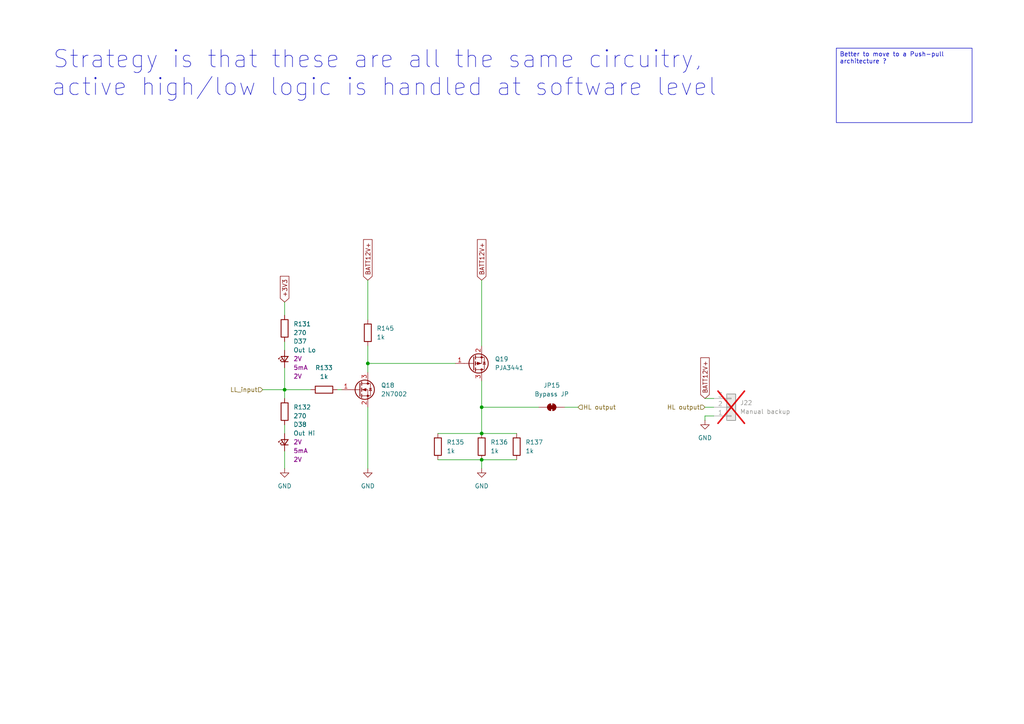
<source format=kicad_sch>
(kicad_sch (version 20250114) (generator "eeschema") (generator_version "9.0")
  (paper "A4")
  (title_block (title "Main architecture") (date "2025-09-28") (rev "0.2.0") (company "Alex Miller & Martin Roger") (comment 1 "https://github.com/martinroger/VXDash") (comment 2 "https://cadlab.io/projects/vxdash"))
  (lib_symbols
    (symbol "Connector_Generic:Conn_01x03" (pin_names (offset 1.016) (hide yes))
      (property "Reference" "J" (at 0 5.08 0))
      (property "Value" "Conn_01x03" (at 0 -5.08 0))
      (symbol "Conn_01x03_1_1"
        (rectangle (start -1.27 3.81) (end 1.27 -3.81) (stroke (width 0.254)) (fill (type background)))
        (rectangle (start -1.27 2.667) (end 0 2.413) (stroke (width 0.1524)))
        (rectangle (start -1.27 0.127) (end 0 -0.127) (stroke (width 0.1524)))
        (rectangle (start -1.27 -2.413) (end 0 -2.667) (stroke (width 0.1524)))
        (pin passive line (at -5.08 2.54 0) (length 3.81) (name "Pin_1") (number "1"))
        (pin passive line (at -5.08 0 0) (length 3.81) (name "Pin_2") (number "2"))
        (pin passive line (at -5.08 -2.54 0) (length 3.81) (name "Pin_3") (number "3"))
      )
    )
    (symbol "Jumper:SolderJumper_2_Bridged" (pin_numbers (hide yes)) (pin_names (offset 0) (hide yes)) (exclude_from_sim yes) (in_bom no)
      (property "Reference" "JP" (at 0 2.032 0))
      (property "Value" "SolderJumper_2_Bridged" (at 0 -2.54 0))
      (symbol "SolderJumper_2_Bridged_0_1"
        (rectangle (start -0.508 0.508) (end 0.508 -0.508) (fill (type outline)))
        (polyline (pts (xy -0.254 1.016) (xy -0.254 -1.016)))
        (arc (start -0.254 -1.016) (mid -1.2656 0) (end -0.254 1.016))
        (arc (start -0.254 -1.016) (mid -1.2656 0) (end -0.254 1.016) (fill (type outline)))
        (arc (start 0.254 1.016) (mid 1.2656 0) (end 0.254 -1.016))
        (arc (start 0.254 1.016) (mid 1.2656 0) (end 0.254 -1.016) (fill (type outline)))
        (polyline (pts (xy 0.254 1.016) (xy 0.254 -1.016)))
      )
      (symbol "SolderJumper_2_Bridged_1_1"
        (pin passive line (at -3.81 0 0) (length 2.54) (name "A") (number "1"))
        (pin passive line (at 3.81 0 180) (length 2.54) (name "B") (number "2"))
      )
    )
    (symbol "Transistor_FET:Q_NMOS_GSD" (pin_names (offset 0) (hide yes))
      (property "Reference" "Q" (at 5.08 1.905 0))
      (property "Value" "Q_NMOS_GSD" (at 5.08 0 0))
      (symbol "Q_NMOS_GSD_0_1"
        (polyline (pts (xy 0.254 1.905) (xy 0.254 -1.905)) (stroke (width 0.254)))
        (polyline (pts (xy 0.254 0) (xy -2.54 0)))
        (polyline (pts (xy 0.762 2.286) (xy 0.762 1.27)) (stroke (width 0.254)))
        (polyline (pts (xy 0.762 0.508) (xy 0.762 -0.508)) (stroke (width 0.254)))
        (polyline (pts (xy 0.762 -1.27) (xy 0.762 -2.286)) (stroke (width 0.254)))
        (polyline (pts (xy 0.762 -1.778) (xy 3.302 -1.778) (xy 3.302 1.778) (xy 0.762 1.778)))
        (polyline (pts (xy 1.016 0) (xy 2.032 0.381) (xy 2.032 -0.381) (xy 1.016 0)) (fill (type outline)))
        (circle (center 1.651 0) (radius 2.794) (stroke (width 0.254)))
        (polyline (pts (xy 2.54 2.54) (xy 2.54 1.778)))
        (circle (center 2.54 1.778) (radius 0.254) (fill (type outline)))
        (circle (center 2.54 -1.778) (radius 0.254) (fill (type outline)))
        (polyline (pts (xy 2.54 -2.54) (xy 2.54 0) (xy 0.762 0)))
        (polyline (pts (xy 2.921 0.381) (xy 3.683 0.381)))
        (polyline (pts (xy 3.302 0.381) (xy 2.921 -0.254) (xy 3.683 -0.254) (xy 3.302 0.381)))
      )
      (symbol "Q_NMOS_GSD_1_1"
        (pin input line (at -5.08 0 0) (length 2.54) (name "G") (number "1"))
        (pin passive line (at 2.54 5.08 270) (length 2.54) (name "D") (number "3"))
        (pin passive line (at 2.54 -5.08 90) (length 2.54) (name "S") (number "2"))
      )
    )
    (symbol "Transistor_FET:Q_PMOS_GSD" (pin_names (offset 0) (hide yes))
      (property "Reference" "Q" (at 5.08 1.905 0))
      (property "Value" "Q_PMOS_GSD" (at 5.08 0 0))
      (symbol "Q_PMOS_GSD_0_1"
        (polyline (pts (xy 0.254 1.905) (xy 0.254 -1.905)) (stroke (width 0.254)))
        (polyline (pts (xy 0.254 0) (xy -2.54 0)))
        (polyline (pts (xy 0.762 2.286) (xy 0.762 1.27)) (stroke (width 0.254)))
        (polyline (pts (xy 0.762 1.778) (xy 3.302 1.778) (xy 3.302 -1.778) (xy 0.762 -1.778)))
        (polyline (pts (xy 0.762 0.508) (xy 0.762 -0.508)) (stroke (width 0.254)))
        (polyline (pts (xy 0.762 -1.27) (xy 0.762 -2.286)) (stroke (width 0.254)))
        (circle (center 1.651 0) (radius 2.794) (stroke (width 0.254)))
        (polyline (pts (xy 2.286 0) (xy 1.27 0.381) (xy 1.27 -0.381) (xy 2.286 0)) (fill (type outline)))
        (polyline (pts (xy 2.54 2.54) (xy 2.54 1.778)))
        (circle (center 2.54 1.778) (radius 0.254) (fill (type outline)))
        (circle (center 2.54 -1.778) (radius 0.254) (fill (type outline)))
        (polyline (pts (xy 2.54 -2.54) (xy 2.54 0) (xy 0.762 0)))
        (polyline (pts (xy 2.921 -0.381) (xy 3.683 -0.381)))
        (polyline (pts (xy 3.302 -0.381) (xy 2.921 0.254) (xy 3.683 0.254) (xy 3.302 -0.381)))
      )
      (symbol "Q_PMOS_GSD_1_1"
        (pin input line (at -5.08 0 0) (length 2.54) (name "G") (number "1"))
        (pin passive line (at 2.54 5.08 270) (length 2.54) (name "D") (number "3"))
        (pin passive line (at 2.54 -5.08 90) (length 2.54) (name "S") (number "2"))
      )
    )
    (symbol "VXDash_diodes:LED_Small" (pin_numbers (hide yes)) (pin_names (offset 0.254) (hide yes))
      (property "Reference" "D1" (at 0.0635 6.35 0))
      (property "Value" "LED_Small" (at 0.0635 3.81 0))
      (property "Vf" "2V" (at 0 -4.572 0))
      (property "If" "5mA" (at 0 -2.54 0))
      (symbol "LED_Small_0_1"
        (polyline (pts (xy -0.762 -1.016) (xy -0.762 1.016)) (stroke (width 0.254)))
        (polyline (pts (xy 0 0.762) (xy -0.508 1.27) (xy -0.254 1.27) (xy -0.508 1.27) (xy -0.508 1.016)))
        (polyline (pts (xy 0.508 1.27) (xy 0 1.778) (xy 0.254 1.778) (xy 0 1.778) (xy 0 1.524)))
        (polyline (pts (xy 0.762 -1.016) (xy -0.762 0) (xy 0.762 1.016) (xy 0.762 -1.016)) (stroke (width 0.254)))
        (polyline (pts (xy 1.016 0) (xy -0.762 0)))
      )
      (symbol "LED_Small_1_1"
        (pin passive line (at -2.54 0 0) (length 1.778) (name "K") (number "1"))
        (pin passive line (at 2.54 0 180) (length 1.778) (name "A") (number "2"))
      )
    )
    (symbol "VXDash_passives:Res" (pin_numbers (hide yes)) (pin_names (offset 0))
      (property "Reference" "R" (at 1.27 1.27 0))
      (property "Value" "Res" (at 1.27 -1.27 0))
      (symbol "Res_0_1"
        (rectangle (start -1.016 -2.54) (end 1.016 2.54) (stroke (width 0.254)))
      )
      (symbol "Res_1_1"
        (pin passive line (at 0 3.81 270) (length 1.27) (name "~") (number "1"))
        (pin passive line (at 0 -3.81 90) (length 1.27) (name "~") (number "2"))
      )
    )
    (symbol "power:GND" (power) (pin_numbers (hide yes)) (pin_names (offset 0) (hide yes))
      (property "Value" "GND" (at 0 -3.81 0))
      (symbol "GND_0_1"
        (polyline (pts (xy 0 0) (xy 0 -1.27) (xy 1.27 -1.27) (xy 0 -2.54) (xy -1.27 -1.27) (xy 0 -1.27)))
      )
      (symbol "GND_1_1"
        (pin power_in line (at 0 0 270) (length 0) (name "~") (number "1"))
      )
    )
  )
  (text "Strategy is that these are all the same circuitry,\n active high/low logic is handled at software level" (at 109.474 21.336 0) (effects (font (size 5 5))))
  (text_box "Better to move to a Push-pull architecture ?" (at 242.57 13.97 0) (size 39.37 21.59) (margins 0.9525 0.9525 0.9525 0.9525) (effects (font (size 1.27 1.27)) (justify left top)))
  (junction (at 139.7 133.35))
  (junction (at 82.55 113.03))
  (junction (at 139.7 125.73))
  (junction (at 106.68 105.41))
  (junction (at 139.7 118.11))
  (wire (pts (xy 76.2 113.03) (xy 82.55 113.03)))
  (wire (pts (xy 127 125.73) (xy 139.7 125.73)))
  (wire (pts (xy 106.68 105.41) (xy 106.68 107.95)))
  (wire (pts (xy 132.08 105.41) (xy 106.68 105.41)))
  (wire (pts (xy 82.55 113.03) (xy 82.55 115.57)))
  (wire (pts (xy 82.55 87.63) (xy 82.55 91.44)))
  (wire (pts (xy 139.7 110.49) (xy 139.7 118.11)))
  (wire (pts (xy 139.7 125.73) (xy 149.86 125.73)))
  (wire (pts (xy 139.7 118.11) (xy 156.21 118.11)))
  (wire (pts (xy 139.7 133.35) (xy 149.86 133.35)))
  (wire (pts (xy 204.47 118.11) (xy 207.01 118.11)))
  (wire (pts (xy 139.7 133.35) (xy 139.7 135.89)))
  (wire (pts (xy 163.83 118.11) (xy 167.64 118.11)))
  (wire (pts (xy 139.7 81.28) (xy 139.7 100.33)))
  (wire (pts (xy 127 133.35) (xy 139.7 133.35)))
  (wire (pts (xy 207.01 120.65) (xy 204.47 120.65)))
  (wire (pts (xy 204.47 115.57) (xy 207.01 115.57)))
  (wire (pts (xy 106.68 118.11) (xy 106.68 135.89)))
  (wire (pts (xy 139.7 118.11) (xy 139.7 125.73)))
  (wire (pts (xy 106.68 100.33) (xy 106.68 105.41)))
  (wire (pts (xy 97.79 113.03) (xy 99.06 113.03)))
  (wire (pts (xy 106.68 81.28) (xy 106.68 92.71)))
  (wire (pts (xy 82.55 113.03) (xy 90.17 113.03)))
  (wire (pts (xy 204.47 120.65) (xy 204.47 121.92)))
  (wire (pts (xy 82.55 130.81) (xy 82.55 135.89)))
  (wire (pts (xy 82.55 106.68) (xy 82.55 113.03)))
  (wire (pts (xy 82.55 123.19) (xy 82.55 125.73)))
  (wire (pts (xy 82.55 99.06) (xy 82.55 101.6)))
  (global_label "+3V3" (shape input) (at 82.55 87.63 90) (property "Intersheetrefs" "${INTERSHEET_REFS}" (effects (hide yes))))
  (global_label "BATT12V+" (shape input) (at 204.47 115.57 90) (property "Intersheetrefs" "${INTERSHEET_REFS}" (effects (hide yes))))
  (global_label "BATT12V+" (shape input) (at 106.68 81.28 90) (property "Intersheetrefs" "${INTERSHEET_REFS}" (effects (hide yes))))
  (global_label "BATT12V+" (shape input) (at 139.7 81.28 90) (property "Intersheetrefs" "${INTERSHEET_REFS}" (effects (hide yes))))
  (hierarchical_label "HL output" (shape input) (at 204.47 118.11 180))
  (hierarchical_label "HL output" (shape input) (at 167.64 118.11 0))
  (hierarchical_label "LL_input" (shape input) (at 76.2 113.03 180))
  (symbol (lib_id "VXDash_passives:Res") (at 106.68 96.52 180) (unit 1)
    (property "Reference" "R145" (at 109.22 95.2499 0) (effects (justify right)))
    (property "Value" "1k" (at 109.22 97.7899 0) (effects (justify right)))
    (property "Footprint" "Resistor_SMD:R_0603_1608Metric_Pad0.98x0.95mm_HandSolder" (effects (hide yes)))
    (property "Description" "RES 1K OHM 1% 1/10W 0603" (effects (hide yes)))
    (property "Tol" "1%" (effects (hide yes)))
    (property "Power" "100mW" (effects (hide yes)))
    (property "MFT" "Yageo" (effects (hide yes)))
    (property "MFT_PN" "RC0603FR-071KL" (effects (hide yes)))
    (property "LCSC" "C22548" (effects (hide yes)))
    (property "LCSC alt" "C22548" (effects (hide yes)))
    (instances (project "VXDash_Emulator" (path "" (reference "R145") (unit 1)) (path "" (reference "R185") (unit 1))))
  )
  (symbol (lib_id "power:GND") (at 106.68 135.89 0) (unit 1)
    (property "Reference" "#PWR066" (effects (hide yes)))
    (property "Value" "GND" (at 106.68 140.97 0))
    (property "Description" "Power symbol creates a global label with name \"GND\" , ground" (effects (hide yes)))
    (instances (project "VXDash_Emulator" (path "" (reference "#PWR066") (unit 1)) (path "" (reference "#PWR071") (unit 1))))
  )
  (symbol (lib_id "Transistor_FET:Q_PMOS_GSD") (at 137.16 105.41 0) (mirror x) (unit 1)
    (property "Reference" "Q19" (at 143.51 104.1399 0) (effects (justify left)))
    (property "Value" "PJA3441" (at 143.51 106.6799 0) (effects (justify left)))
    (property "Footprint" "Package_TO_SOT_SMD:SOT-23" (effects (hide yes)))
    (property "Datasheet" "https://www.panjit.com.tw/upload/datasheet/PJA3441.pdf?srsltid=AfmBOorcXQifrwfHYhMWRYHvs2fEGINIyw20eErdW3fOG6z6g98X7-Kb" (effects (hide yes)))
    (property "Description" "P-MOSFET transistor, gate/source/drain" (effects (hide yes)))
    (property "MFT" "Panjit" (effects (hide yes)))
    (property "MFT_PN" "PJA3441_R1_00001" (effects (hide yes)))
    (property "LCSC" "C313504" (effects (hide yes)))
    (property "LCSC alt" "C313504" (effects (hide yes)))
    (instances (project "VXDash_Emulator" (path "" (reference "Q19") (unit 1)) (path "" (reference "Q21") (unit 1))))
  )
  (symbol (lib_id "VXDash_passives:Res") (at 149.86 129.54 180) (unit 1)
    (property "Reference" "R137" (at 152.4 128.2699 0) (effects (justify right)))
    (property "Value" "1k" (at 152.4 130.8099 0) (effects (justify right)))
    (property "Footprint" "Resistor_SMD:R_0805_2012Metric_Pad1.20x1.40mm_HandSolder" (effects (hide yes)))
    (property "Description" "RES 1K OHM 1% 1/4W 0805" (effects (hide yes)))
    (property "Tol" "1%" (effects (hide yes)))
    (property "Power" "250mW" (effects (hide yes)))
    (property "MFT" "StackPole Electronics" (effects (hide yes)))
    (property "MFT_PN" "RNCP0805FTD1K00" (effects (hide yes)))
    (property "LCSC" "C2441430" (effects (hide yes)))
    (property "LCSC alt" "C727989" (effects (hide yes)))
    (instances (project "VXDash_Emulator" (path "" (reference "R137") (unit 1)) (path "" (reference "R148") (unit 1))))
  )
  (symbol (lib_id "VXDash_passives:Res") (at 82.55 119.38 0) (unit 1)
    (property "Reference" "R132" (at 85.09 118.1099 0) (effects (justify left)))
    (property "Value" "270" (at 85.09 120.6499 0) (effects (justify left)))
    (property "Footprint" "Resistor_SMD:R_0603_1608Metric_Pad0.98x0.95mm_HandSolder" (effects (hide yes)))
    (property "Description" "RES 270 OHM 1% 1/10W 0603" (effects (hide yes)))
    (property "Tol" "1%" (effects (hide yes)))
    (property "Power" "100mW" (effects (hide yes)))
    (property "MFT" "Yageo" (effects (hide yes)))
    (property "MFT_PN" "RC0603FR-07270RL" (effects (hide yes)))
    (property "LCSC" "C137754" (effects (hide yes)))
    (property "LCSC alt" "C137754" (effects (hide yes)))
    (instances (project "VXDash_Emulator" (path "" (reference "R132") (unit 1)) (path "" (reference "R143") (unit 1))))
  )
  (symbol (lib_id "power:GND") (at 139.7 135.89 0) (unit 1)
    (property "Reference" "#PWR067" (effects (hide yes)))
    (property "Value" "GND" (at 139.7 140.97 0))
    (property "Description" "Power symbol creates a global label with name \"GND\" , ground" (effects (hide yes)))
    (instances (project "VXDash_Emulator" (path "" (reference "#PWR067") (unit 1)) (path "" (reference "#PWR072") (unit 1))))
  )
  (symbol (lib_id "VXDash_diodes:LED_Small") (at 82.55 128.27 90) (unit 1)
    (property "Reference" "D38" (at 85.09 123.1264 90) (effects (justify right)))
    (property "Value" "Out Hi" (at 85.09 125.6664 90) (effects (justify right)))
    (property "Footprint" "LED_SMD:LED_0603_1608Metric_Pad1.05x0.95mm_HandSolder" (effects (hide yes)))
    (property "Description" "LED GREEN DIFFUSED 0603 SMD" (effects (hide yes)))
    (property "Sim.Pin" "1=K 2=A" (effects (hide yes)))
    (property "MFT" "Harvatek Corp" (effects (hide yes)))
    (property "MFT_PN" "B1911PG--20D000514U1930" (effects (hide yes)))
    (property "Vf" "2V" (at 85.09 128.2064 90) (effects (justify right)))
    (property "If" "5mA" (at 85.09 130.7464 90) (effects (justify right)))
    (property "Voltage" "2V" (at 85.09 133.2864 90) (effects (justify right)))
    (property "LCSC" "C5556934" (effects (hide yes)))
    (property "LCSC alt" "C284909" (effects (hide yes)))
    (instances (project "VXDash_Emulator" (path "" (reference "D38") (unit 1)) (path "" (reference "D40") (unit 1))))
  )
  (symbol (lib_id "power:GND") (at 82.55 135.89 0) (unit 1)
    (property "Reference" "#PWR065" (effects (hide yes)))
    (property "Value" "GND" (at 82.55 140.97 0))
    (property "Description" "Power symbol creates a global label with name \"GND\" , ground" (effects (hide yes)))
    (instances (project "VXDash_Emulator" (path "" (reference "#PWR065") (unit 1)) (path "" (reference "#PWR070") (unit 1))))
  )
  (symbol (lib_id "Jumper:SolderJumper_2_Bridged") (at 160.02 118.11 0) (unit 1) (exclude_from_sim yes) (in_bom no)
    (property "Reference" "JP15" (at 160.02 111.76 0))
    (property "Value" "Bypass JP" (at 160.02 114.3 0))
    (property "Footprint" "Jumper:SolderJumper-2_P1.3mm_Bridged_RoundedPad1.0x1.5mm" (effects (hide yes)))
    (property "Description" "Solder Jumper, 2-pole, closed/bridged" (effects (hide yes)))
    (instances (project "VXDash_Emulator" (path "" (reference "JP15") (unit 1)) (path "" (reference "JP16") (unit 1))))
  )
  (symbol (lib_id "VXDash_passives:Res") (at 93.98 113.03 90) (unit 1)
    (property "Reference" "R133" (at 93.98 106.68 90))
    (property "Value" "1k" (at 93.98 109.22 90))
    (property "Footprint" "Resistor_SMD:R_0603_1608Metric_Pad0.98x0.95mm_HandSolder" (effects (hide yes)))
    (property "Description" "RES 1K OHM 1% 1/10W 0603" (effects (hide yes)))
    (property "Tol" "1%" (effects (hide yes)))
    (property "Power" "100mW" (effects (hide yes)))
    (property "MFT" "Yageo" (effects (hide yes)))
    (property "MFT_PN" "RC0603FR-071KL" (effects (hide yes)))
    (property "LCSC" "C22548" (effects (hide yes)))
    (property "LCSC alt" "C22548" (effects (hide yes)))
    (instances (project "VXDash_Emulator" (path "" (reference "R133") (unit 1)) (path "" (reference "R144") (unit 1))))
  )
  (symbol (lib_id "power:GND") (at 204.47 121.92 0) (unit 1)
    (property "Reference" "#PWR068" (effects (hide yes)))
    (property "Value" "GND" (at 204.47 127 0))
    (property "Description" "Power symbol creates a global label with name \"GND\" , ground" (effects (hide yes)))
    (instances (project "VXDash_Emulator" (path "" (reference "#PWR068") (unit 1)) (path "" (reference "#PWR073") (unit 1))))
  )
  (symbol (lib_id "VXDash_passives:Res") (at 127 129.54 180) (unit 1)
    (property "Reference" "R135" (at 129.54 128.2699 0) (effects (justify right)))
    (property "Value" "1k" (at 129.54 130.8099 0) (effects (justify right)))
    (property "Footprint" "Resistor_SMD:R_0805_2012Metric_Pad1.20x1.40mm_HandSolder" (effects (hide yes)))
    (property "Description" "RES 1K OHM 1% 1/4W 0805" (effects (hide yes)))
    (property "Tol" "1%" (effects (hide yes)))
    (property "Power" "250mW" (effects (hide yes)))
    (property "MFT" "StackPole Electronics" (effects (hide yes)))
    (property "MFT_PN" "RNCP0805FTD1K00" (effects (hide yes)))
    (property "LCSC" "C2441430" (effects (hide yes)))
    (property "LCSC alt" "C727989" (effects (hide yes)))
    (instances (project "VXDash_Emulator" (path "" (reference "R135") (unit 1)) (path "" (reference "R146") (unit 1))))
  )
  (symbol (lib_id "Transistor_FET:Q_NMOS_GSD") (at 104.14 113.03 0) (unit 1)
    (property "Reference" "Q18" (at 110.49 111.7599 0) (effects (justify left)))
    (property "Value" "2N7002" (at 110.49 114.2999 0) (effects (justify left)))
    (property "Footprint" "Package_TO_SOT_SMD:SOT-23" (effects (hide yes)))
    (property "Description" "N-MOSFET transistor, gate/source/drain" (effects (hide yes)))
    (property "MFT" "Micro Commercial Co" (effects (hide yes)))
    (property "MFT_PN" "2N7002-TP" (effects (hide yes)))
    (property "LCSC" "C78712" (effects (hide yes)))
    (property "LCSC alt" "C78712" (effects (hide yes)))
    (instances (project "VXDash_Emulator" (path "" (reference "Q18") (unit 1)) (path "" (reference "Q20") (unit 1))))
  )
  (symbol (lib_id "VXDash_passives:Res") (at 82.55 95.25 0) (unit 1)
    (property "Reference" "R131" (at 85.09 93.9799 0) (effects (justify left)))
    (property "Value" "270" (at 85.09 96.5199 0) (effects (justify left)))
    (property "Footprint" "Resistor_SMD:R_0603_1608Metric_Pad0.98x0.95mm_HandSolder" (effects (hide yes)))
    (property "Description" "RES 270 OHM 1% 1/10W 0603" (effects (hide yes)))
    (property "Tol" "1%" (effects (hide yes)))
    (property "Power" "100mW" (effects (hide yes)))
    (property "MFT" "Yageo" (effects (hide yes)))
    (property "MFT_PN" "RC0603FR-07270RL" (effects (hide yes)))
    (property "LCSC" "C137754" (effects (hide yes)))
    (property "LCSC alt" "C137754" (effects (hide yes)))
    (instances (project "VXDash_Emulator" (path "" (reference "R131") (unit 1)) (path "" (reference "R142") (unit 1))))
  )
  (symbol (lib_id "VXDash_diodes:LED_Small") (at 82.55 104.14 90) (unit 1)
    (property "Reference" "D37" (at 85.09 98.9964 90) (effects (justify right)))
    (property "Value" "Out Lo" (at 85.09 101.5364 90) (effects (justify right)))
    (property "Footprint" "LED_SMD:LED_0603_1608Metric_Pad1.05x0.95mm_HandSolder" (effects (hide yes)))
    (property "Description" "LED GREEN DIFFUSED 0603 SMD" (effects (hide yes)))
    (property "Sim.Pin" "1=K 2=A" (effects (hide yes)))
    (property "MFT" "Harvatek Corp" (effects (hide yes)))
    (property "MFT_PN" "B1911PG--20D000514U1930" (effects (hide yes)))
    (property "Vf" "2V" (at 85.09 104.0764 90) (effects (justify right)))
    (property "If" "5mA" (at 85.09 106.6164 90) (effects (justify right)))
    (property "Voltage" "2V" (at 85.09 109.1564 90) (effects (justify right)))
    (property "LCSC" "C5556934" (effects (hide yes)))
    (property "LCSC alt" "C284909" (effects (hide yes)))
    (instances (project "VXDash_Emulator" (path "" (reference "D37") (unit 1)) (path "" (reference "D39") (unit 1))))
  )
  (symbol (lib_id "VXDash_passives:Res") (at 139.7 129.54 180) (unit 1)
    (property "Reference" "R136" (at 142.24 128.2699 0) (effects (justify right)))
    (property "Value" "1k" (at 142.24 130.8099 0) (effects (justify right)))
    (property "Footprint" "Resistor_SMD:R_0805_2012Metric_Pad1.20x1.40mm_HandSolder" (effects (hide yes)))
    (property "Description" "RES 1K OHM 1% 1/4W 0805" (effects (hide yes)))
    (property "Tol" "1%" (effects (hide yes)))
    (property "Power" "250mW" (effects (hide yes)))
    (property "MFT" "StackPole Electronics" (effects (hide yes)))
    (property "MFT_PN" "RNCP0805FTD1K00" (effects (hide yes)))
    (property "LCSC" "C2441430" (effects (hide yes)))
    (property "LCSC alt" "C727989" (effects (hide yes)))
    (instances (project "VXDash_Emulator" (path "" (reference "R136") (unit 1)) (path "" (reference "R147") (unit 1))))
  )
  (symbol (lib_id "Connector_Generic:Conn_01x03") (at 212.09 118.11 0) (mirror x) (unit 1) (dnp yes)
    (property "Reference" "J22" (at 214.63 116.8399 0) (effects (justify left)))
    (property "Value" "Manual backup" (at 214.63 119.3799 0) (effects (justify left)))
    (property "Footprint" "Connector_PinHeader_2.54mm:PinHeader_1x03_P2.54mm_Vertical" (effects (hide yes)))
    (property "Description" "CONN HEADER VERT 3POS 2.54MM" (effects (hide yes)))
    (property "MFT" "Würth Elektronik" (effects (hide yes)))
    (property "MFT_PN" "61300311121" (effects (hide yes)))
    (property "LCSC" "C2915006" (effects (hide yes)))
    (property "LCSC alt" "C2937625" (effects (hide yes)))
    (instances (project "VXDash_Emulator" (path "" (reference "J22") (unit 1)) (path "" (reference "J23") (unit 1))))
  )
)
</source>
